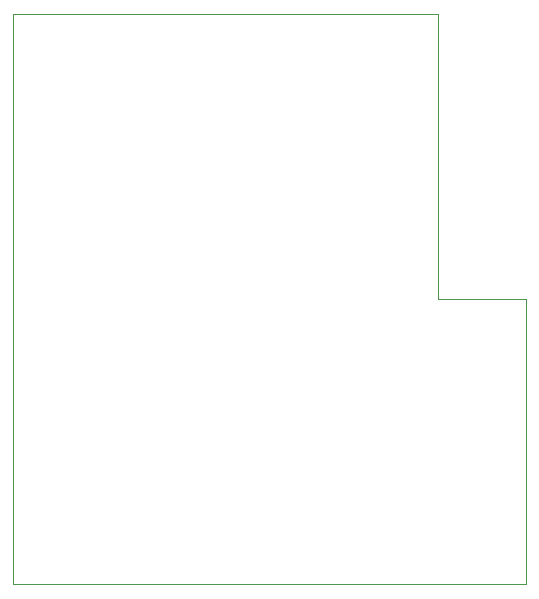
<source format=gbr>
%TF.GenerationSoftware,KiCad,Pcbnew,8.0.1-8.0.1-1~ubuntu22.04.1*%
%TF.CreationDate,2024-03-26T21:41:54+01:00*%
%TF.ProjectId,flash,666c6173-682e-46b6-9963-61645f706362,rev?*%
%TF.SameCoordinates,Original*%
%TF.FileFunction,Profile,NP*%
%FSLAX46Y46*%
G04 Gerber Fmt 4.6, Leading zero omitted, Abs format (unit mm)*
G04 Created by KiCad (PCBNEW 8.0.1-8.0.1-1~ubuntu22.04.1) date 2024-03-26 21:41:54*
%MOMM*%
%LPD*%
G01*
G04 APERTURE LIST*
%TA.AperFunction,Profile*%
%ADD10C,0.050000*%
%TD*%
G04 APERTURE END LIST*
D10*
X234315000Y-181914800D02*
X241808000Y-181914800D01*
X241808000Y-206121000D01*
X198374000Y-206121000D01*
X198374000Y-157861000D01*
X234315000Y-157861000D01*
X234315000Y-181914800D01*
M02*

</source>
